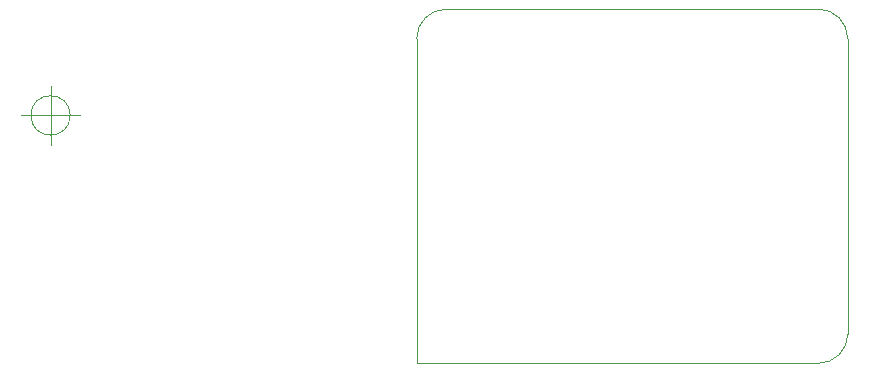
<source format=gbr>
G04 #@! TF.GenerationSoftware,KiCad,Pcbnew,5.1.2*
G04 #@! TF.CreationDate,2019-05-24T19:47:36-03:00*
G04 #@! TF.ProjectId,ouroboros,6f75726f-626f-4726-9f73-2e6b69636164,rev?*
G04 #@! TF.SameCoordinates,Original*
G04 #@! TF.FileFunction,Profile,NP*
%FSLAX46Y46*%
G04 Gerber Fmt 4.6, Leading zero omitted, Abs format (unit mm)*
G04 Created by KiCad (PCBNEW 5.1.2) date 2019-05-24 19:47:36*
%MOMM*%
%LPD*%
G04 APERTURE LIST*
%ADD10C,0.120000*%
%ADD11C,0.050000*%
G04 APERTURE END LIST*
D10*
X123000000Y-59000000D02*
G75*
G02X125500000Y-61500000I0J-2500000D01*
G01*
X125500000Y-86500000D02*
G75*
G02X123000000Y-89000000I-2500000J0D01*
G01*
X89000000Y-61500000D02*
G75*
G02X91500000Y-59000000I2500000J0D01*
G01*
D11*
X59666666Y-68000000D02*
G75*
G03X59666666Y-68000000I-1666666J0D01*
G01*
X55500000Y-68000000D02*
X60500000Y-68000000D01*
X58000000Y-65500000D02*
X58000000Y-70500000D01*
D10*
X89000000Y-89000000D02*
X89000000Y-61500000D01*
X123000000Y-89000000D02*
X89000000Y-89000000D01*
X125500000Y-61500000D02*
X125500000Y-86500000D01*
X91500000Y-59000000D02*
X123000000Y-59000000D01*
M02*

</source>
